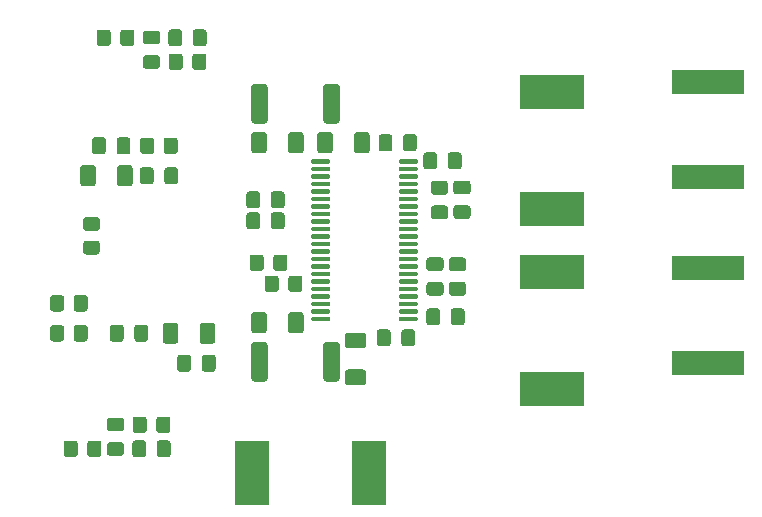
<source format=gbr>
%TF.GenerationSoftware,KiCad,Pcbnew,(5.1.9)-1*%
%TF.CreationDate,2021-11-06T22:46:36-05:00*%
%TF.ProjectId,Discrete_Channel,44697363-7265-4746-955f-4368616e6e65,rev?*%
%TF.SameCoordinates,Original*%
%TF.FileFunction,Paste,Top*%
%TF.FilePolarity,Positive*%
%FSLAX46Y46*%
G04 Gerber Fmt 4.6, Leading zero omitted, Abs format (unit mm)*
G04 Created by KiCad (PCBNEW (5.1.9)-1) date 2021-11-06 22:46:36*
%MOMM*%
%LPD*%
G01*
G04 APERTURE LIST*
%ADD10R,6.100000X2.000000*%
%ADD11R,2.900000X5.400000*%
%ADD12R,5.400000X2.900000*%
G04 APERTURE END LIST*
%TO.C,C9*%
G36*
G01*
X143103000Y-94521000D02*
X143103000Y-95471000D01*
G75*
G02*
X142853000Y-95721000I-250000J0D01*
G01*
X142178000Y-95721000D01*
G75*
G02*
X141928000Y-95471000I0J250000D01*
G01*
X141928000Y-94521000D01*
G75*
G02*
X142178000Y-94271000I250000J0D01*
G01*
X142853000Y-94271000D01*
G75*
G02*
X143103000Y-94521000I0J-250000D01*
G01*
G37*
G36*
G01*
X141028000Y-94521000D02*
X141028000Y-95471000D01*
G75*
G02*
X140778000Y-95721000I-250000J0D01*
G01*
X140103000Y-95721000D01*
G75*
G02*
X139853000Y-95471000I0J250000D01*
G01*
X139853000Y-94521000D01*
G75*
G02*
X140103000Y-94271000I250000J0D01*
G01*
X140778000Y-94271000D01*
G75*
G02*
X141028000Y-94521000I0J-250000D01*
G01*
G37*
%TD*%
D10*
%TO.C,C31*%
X178970000Y-108775000D03*
X178970000Y-100775000D03*
%TD*%
%TO.C,C30*%
X178970000Y-93027000D03*
X178970000Y-85027000D03*
%TD*%
%TO.C,C3*%
G36*
G01*
X155354000Y-101944500D02*
X156304000Y-101944500D01*
G75*
G02*
X156554000Y-102194500I0J-250000D01*
G01*
X156554000Y-102869500D01*
G75*
G02*
X156304000Y-103119500I-250000J0D01*
G01*
X155354000Y-103119500D01*
G75*
G02*
X155104000Y-102869500I0J250000D01*
G01*
X155104000Y-102194500D01*
G75*
G02*
X155354000Y-101944500I250000J0D01*
G01*
G37*
G36*
G01*
X155354000Y-99869500D02*
X156304000Y-99869500D01*
G75*
G02*
X156554000Y-100119500I0J-250000D01*
G01*
X156554000Y-100794500D01*
G75*
G02*
X156304000Y-101044500I-250000J0D01*
G01*
X155354000Y-101044500D01*
G75*
G02*
X155104000Y-100794500I0J250000D01*
G01*
X155104000Y-100119500D01*
G75*
G02*
X155354000Y-99869500I250000J0D01*
G01*
G37*
%TD*%
%TO.C,C4*%
G36*
G01*
X158590000Y-96621000D02*
X157640000Y-96621000D01*
G75*
G02*
X157390000Y-96371000I0J250000D01*
G01*
X157390000Y-95696000D01*
G75*
G02*
X157640000Y-95446000I250000J0D01*
G01*
X158590000Y-95446000D01*
G75*
G02*
X158840000Y-95696000I0J-250000D01*
G01*
X158840000Y-96371000D01*
G75*
G02*
X158590000Y-96621000I-250000J0D01*
G01*
G37*
G36*
G01*
X158590000Y-94546000D02*
X157640000Y-94546000D01*
G75*
G02*
X157390000Y-94296000I0J250000D01*
G01*
X157390000Y-93621000D01*
G75*
G02*
X157640000Y-93371000I250000J0D01*
G01*
X158590000Y-93371000D01*
G75*
G02*
X158840000Y-93621000I0J-250000D01*
G01*
X158840000Y-94296000D01*
G75*
G02*
X158590000Y-94546000I-250000J0D01*
G01*
G37*
%TD*%
%TO.C,C5*%
G36*
G01*
X156685000Y-94567500D02*
X155735000Y-94567500D01*
G75*
G02*
X155485000Y-94317500I0J250000D01*
G01*
X155485000Y-93642500D01*
G75*
G02*
X155735000Y-93392500I250000J0D01*
G01*
X156685000Y-93392500D01*
G75*
G02*
X156935000Y-93642500I0J-250000D01*
G01*
X156935000Y-94317500D01*
G75*
G02*
X156685000Y-94567500I-250000J0D01*
G01*
G37*
G36*
G01*
X156685000Y-96642500D02*
X155735000Y-96642500D01*
G75*
G02*
X155485000Y-96392500I0J250000D01*
G01*
X155485000Y-95717500D01*
G75*
G02*
X155735000Y-95467500I250000J0D01*
G01*
X156685000Y-95467500D01*
G75*
G02*
X156935000Y-95717500I0J-250000D01*
G01*
X156935000Y-96392500D01*
G75*
G02*
X156685000Y-96642500I-250000J0D01*
G01*
G37*
%TD*%
%TO.C,C6*%
G36*
G01*
X149748001Y-107558000D02*
X148447999Y-107558000D01*
G75*
G02*
X148198000Y-107308001I0J249999D01*
G01*
X148198000Y-106482999D01*
G75*
G02*
X148447999Y-106233000I249999J0D01*
G01*
X149748001Y-106233000D01*
G75*
G02*
X149998000Y-106482999I0J-249999D01*
G01*
X149998000Y-107308001D01*
G75*
G02*
X149748001Y-107558000I-249999J0D01*
G01*
G37*
G36*
G01*
X149748001Y-110683000D02*
X148447999Y-110683000D01*
G75*
G02*
X148198000Y-110433001I0J249999D01*
G01*
X148198000Y-109607999D01*
G75*
G02*
X148447999Y-109358000I249999J0D01*
G01*
X149748001Y-109358000D01*
G75*
G02*
X149998000Y-109607999I0J-249999D01*
G01*
X149998000Y-110433001D01*
G75*
G02*
X149748001Y-110683000I-249999J0D01*
G01*
G37*
%TD*%
%TO.C,C7*%
G36*
G01*
X157259000Y-99869500D02*
X158209000Y-99869500D01*
G75*
G02*
X158459000Y-100119500I0J-250000D01*
G01*
X158459000Y-100794500D01*
G75*
G02*
X158209000Y-101044500I-250000J0D01*
G01*
X157259000Y-101044500D01*
G75*
G02*
X157009000Y-100794500I0J250000D01*
G01*
X157009000Y-100119500D01*
G75*
G02*
X157259000Y-99869500I250000J0D01*
G01*
G37*
G36*
G01*
X157259000Y-101944500D02*
X158209000Y-101944500D01*
G75*
G02*
X158459000Y-102194500I0J-250000D01*
G01*
X158459000Y-102869500D01*
G75*
G02*
X158209000Y-103119500I-250000J0D01*
G01*
X157259000Y-103119500D01*
G75*
G02*
X157009000Y-102869500I0J250000D01*
G01*
X157009000Y-102194500D01*
G75*
G02*
X157259000Y-101944500I250000J0D01*
G01*
G37*
%TD*%
%TO.C,C8*%
G36*
G01*
X150307000Y-89519999D02*
X150307000Y-90820001D01*
G75*
G02*
X150057001Y-91070000I-249999J0D01*
G01*
X149231999Y-91070000D01*
G75*
G02*
X148982000Y-90820001I0J249999D01*
G01*
X148982000Y-89519999D01*
G75*
G02*
X149231999Y-89270000I249999J0D01*
G01*
X150057001Y-89270000D01*
G75*
G02*
X150307000Y-89519999I0J-249999D01*
G01*
G37*
G36*
G01*
X147182000Y-89519999D02*
X147182000Y-90820001D01*
G75*
G02*
X146932001Y-91070000I-249999J0D01*
G01*
X146106999Y-91070000D01*
G75*
G02*
X145857000Y-90820001I0J249999D01*
G01*
X145857000Y-89519999D01*
G75*
G02*
X146106999Y-89270000I249999J0D01*
G01*
X146932001Y-89270000D01*
G75*
G02*
X147182000Y-89519999I0J-249999D01*
G01*
G37*
%TD*%
%TO.C,C10*%
G36*
G01*
X127968500Y-89949000D02*
X127968500Y-90899000D01*
G75*
G02*
X127718500Y-91149000I-250000J0D01*
G01*
X127043500Y-91149000D01*
G75*
G02*
X126793500Y-90899000I0J250000D01*
G01*
X126793500Y-89949000D01*
G75*
G02*
X127043500Y-89699000I250000J0D01*
G01*
X127718500Y-89699000D01*
G75*
G02*
X127968500Y-89949000I0J-250000D01*
G01*
G37*
G36*
G01*
X130043500Y-89949000D02*
X130043500Y-90899000D01*
G75*
G02*
X129793500Y-91149000I-250000J0D01*
G01*
X129118500Y-91149000D01*
G75*
G02*
X128868500Y-90899000I0J250000D01*
G01*
X128868500Y-89949000D01*
G75*
G02*
X129118500Y-89699000I250000J0D01*
G01*
X129793500Y-89699000D01*
G75*
G02*
X130043500Y-89949000I0J-250000D01*
G01*
G37*
%TD*%
%TO.C,C11*%
G36*
G01*
X134011000Y-109314000D02*
X134011000Y-108364000D01*
G75*
G02*
X134261000Y-108114000I250000J0D01*
G01*
X134936000Y-108114000D01*
G75*
G02*
X135186000Y-108364000I0J-250000D01*
G01*
X135186000Y-109314000D01*
G75*
G02*
X134936000Y-109564000I-250000J0D01*
G01*
X134261000Y-109564000D01*
G75*
G02*
X134011000Y-109314000I0J250000D01*
G01*
G37*
G36*
G01*
X136086000Y-109314000D02*
X136086000Y-108364000D01*
G75*
G02*
X136336000Y-108114000I250000J0D01*
G01*
X137011000Y-108114000D01*
G75*
G02*
X137261000Y-108364000I0J-250000D01*
G01*
X137261000Y-109314000D01*
G75*
G02*
X137011000Y-109564000I-250000J0D01*
G01*
X136336000Y-109564000D01*
G75*
G02*
X136086000Y-109314000I0J250000D01*
G01*
G37*
%TD*%
%TO.C,C12*%
G36*
G01*
X130241000Y-92313999D02*
X130241000Y-93614001D01*
G75*
G02*
X129991001Y-93864000I-249999J0D01*
G01*
X129165999Y-93864000D01*
G75*
G02*
X128916000Y-93614001I0J249999D01*
G01*
X128916000Y-92313999D01*
G75*
G02*
X129165999Y-92064000I249999J0D01*
G01*
X129991001Y-92064000D01*
G75*
G02*
X130241000Y-92313999I0J-249999D01*
G01*
G37*
G36*
G01*
X127116000Y-92313999D02*
X127116000Y-93614001D01*
G75*
G02*
X126866001Y-93864000I-249999J0D01*
G01*
X126040999Y-93864000D01*
G75*
G02*
X125791000Y-93614001I0J249999D01*
G01*
X125791000Y-92313999D01*
G75*
G02*
X126040999Y-92064000I249999J0D01*
G01*
X126866001Y-92064000D01*
G75*
G02*
X127116000Y-92313999I0J-249999D01*
G01*
G37*
%TD*%
%TO.C,C13*%
G36*
G01*
X135901000Y-106949001D02*
X135901000Y-105648999D01*
G75*
G02*
X136150999Y-105399000I249999J0D01*
G01*
X136976001Y-105399000D01*
G75*
G02*
X137226000Y-105648999I0J-249999D01*
G01*
X137226000Y-106949001D01*
G75*
G02*
X136976001Y-107199000I-249999J0D01*
G01*
X136150999Y-107199000D01*
G75*
G02*
X135901000Y-106949001I0J249999D01*
G01*
G37*
G36*
G01*
X132776000Y-106949001D02*
X132776000Y-105648999D01*
G75*
G02*
X133025999Y-105399000I249999J0D01*
G01*
X133851001Y-105399000D01*
G75*
G02*
X134101000Y-105648999I0J-249999D01*
G01*
X134101000Y-106949001D01*
G75*
G02*
X133851001Y-107199000I-249999J0D01*
G01*
X133025999Y-107199000D01*
G75*
G02*
X132776000Y-106949001I0J249999D01*
G01*
G37*
%TD*%
%TO.C,C14*%
G36*
G01*
X140269000Y-106060001D02*
X140269000Y-104759999D01*
G75*
G02*
X140518999Y-104510000I249999J0D01*
G01*
X141344001Y-104510000D01*
G75*
G02*
X141594000Y-104759999I0J-249999D01*
G01*
X141594000Y-106060001D01*
G75*
G02*
X141344001Y-106310000I-249999J0D01*
G01*
X140518999Y-106310000D01*
G75*
G02*
X140269000Y-106060001I0J249999D01*
G01*
G37*
G36*
G01*
X143394000Y-106060001D02*
X143394000Y-104759999D01*
G75*
G02*
X143643999Y-104510000I249999J0D01*
G01*
X144469001Y-104510000D01*
G75*
G02*
X144719000Y-104759999I0J-249999D01*
G01*
X144719000Y-106060001D01*
G75*
G02*
X144469001Y-106310000I-249999J0D01*
G01*
X143643999Y-106310000D01*
G75*
G02*
X143394000Y-106060001I0J249999D01*
G01*
G37*
%TD*%
%TO.C,C15*%
G36*
G01*
X143394000Y-90820001D02*
X143394000Y-89519999D01*
G75*
G02*
X143643999Y-89270000I249999J0D01*
G01*
X144469001Y-89270000D01*
G75*
G02*
X144719000Y-89519999I0J-249999D01*
G01*
X144719000Y-90820001D01*
G75*
G02*
X144469001Y-91070000I-249999J0D01*
G01*
X143643999Y-91070000D01*
G75*
G02*
X143394000Y-90820001I0J249999D01*
G01*
G37*
G36*
G01*
X140269000Y-90820001D02*
X140269000Y-89519999D01*
G75*
G02*
X140518999Y-89270000I249999J0D01*
G01*
X141344001Y-89270000D01*
G75*
G02*
X141594000Y-89519999I0J-249999D01*
G01*
X141594000Y-90820001D01*
G75*
G02*
X141344001Y-91070000I-249999J0D01*
G01*
X140518999Y-91070000D01*
G75*
G02*
X140269000Y-90820001I0J249999D01*
G01*
G37*
%TD*%
%TO.C,C16*%
G36*
G01*
X141928000Y-97249000D02*
X141928000Y-96299000D01*
G75*
G02*
X142178000Y-96049000I250000J0D01*
G01*
X142853000Y-96049000D01*
G75*
G02*
X143103000Y-96299000I0J-250000D01*
G01*
X143103000Y-97249000D01*
G75*
G02*
X142853000Y-97499000I-250000J0D01*
G01*
X142178000Y-97499000D01*
G75*
G02*
X141928000Y-97249000I0J250000D01*
G01*
G37*
G36*
G01*
X139853000Y-97249000D02*
X139853000Y-96299000D01*
G75*
G02*
X140103000Y-96049000I250000J0D01*
G01*
X140778000Y-96049000D01*
G75*
G02*
X141028000Y-96299000I0J-250000D01*
G01*
X141028000Y-97249000D01*
G75*
G02*
X140778000Y-97499000I-250000J0D01*
G01*
X140103000Y-97499000D01*
G75*
G02*
X139853000Y-97249000I0J250000D01*
G01*
G37*
%TD*%
%TO.C,C19*%
G36*
G01*
X131546000Y-105824000D02*
X131546000Y-106774000D01*
G75*
G02*
X131296000Y-107024000I-250000J0D01*
G01*
X130621000Y-107024000D01*
G75*
G02*
X130371000Y-106774000I0J250000D01*
G01*
X130371000Y-105824000D01*
G75*
G02*
X130621000Y-105574000I250000J0D01*
G01*
X131296000Y-105574000D01*
G75*
G02*
X131546000Y-105824000I0J-250000D01*
G01*
G37*
G36*
G01*
X129471000Y-105824000D02*
X129471000Y-106774000D01*
G75*
G02*
X129221000Y-107024000I-250000J0D01*
G01*
X128546000Y-107024000D01*
G75*
G02*
X128296000Y-106774000I0J250000D01*
G01*
X128296000Y-105824000D01*
G75*
G02*
X128546000Y-105574000I250000J0D01*
G01*
X129221000Y-105574000D01*
G75*
G02*
X129471000Y-105824000I0J-250000D01*
G01*
G37*
%TD*%
%TO.C,C18*%
G36*
G01*
X132011000Y-92489000D02*
X132011000Y-93439000D01*
G75*
G02*
X131761000Y-93689000I-250000J0D01*
G01*
X131086000Y-93689000D01*
G75*
G02*
X130836000Y-93439000I0J250000D01*
G01*
X130836000Y-92489000D01*
G75*
G02*
X131086000Y-92239000I250000J0D01*
G01*
X131761000Y-92239000D01*
G75*
G02*
X132011000Y-92489000I0J-250000D01*
G01*
G37*
G36*
G01*
X134086000Y-92489000D02*
X134086000Y-93439000D01*
G75*
G02*
X133836000Y-93689000I-250000J0D01*
G01*
X133161000Y-93689000D01*
G75*
G02*
X132911000Y-93439000I0J250000D01*
G01*
X132911000Y-92489000D01*
G75*
G02*
X133161000Y-92239000I250000J0D01*
G01*
X133836000Y-92239000D01*
G75*
G02*
X134086000Y-92489000I0J-250000D01*
G01*
G37*
%TD*%
%TO.C,C22*%
G36*
G01*
X150902000Y-107155000D02*
X150902000Y-106205000D01*
G75*
G02*
X151152000Y-105955000I250000J0D01*
G01*
X151827000Y-105955000D01*
G75*
G02*
X152077000Y-106205000I0J-250000D01*
G01*
X152077000Y-107155000D01*
G75*
G02*
X151827000Y-107405000I-250000J0D01*
G01*
X151152000Y-107405000D01*
G75*
G02*
X150902000Y-107155000I0J250000D01*
G01*
G37*
G36*
G01*
X152977000Y-107155000D02*
X152977000Y-106205000D01*
G75*
G02*
X153227000Y-105955000I250000J0D01*
G01*
X153902000Y-105955000D01*
G75*
G02*
X154152000Y-106205000I0J-250000D01*
G01*
X154152000Y-107155000D01*
G75*
G02*
X153902000Y-107405000I-250000J0D01*
G01*
X153227000Y-107405000D01*
G75*
G02*
X152977000Y-107155000I0J250000D01*
G01*
G37*
%TD*%
%TO.C,C23*%
G36*
G01*
X157168000Y-105377000D02*
X157168000Y-104427000D01*
G75*
G02*
X157418000Y-104177000I250000J0D01*
G01*
X158093000Y-104177000D01*
G75*
G02*
X158343000Y-104427000I0J-250000D01*
G01*
X158343000Y-105377000D01*
G75*
G02*
X158093000Y-105627000I-250000J0D01*
G01*
X157418000Y-105627000D01*
G75*
G02*
X157168000Y-105377000I0J250000D01*
G01*
G37*
G36*
G01*
X155093000Y-105377000D02*
X155093000Y-104427000D01*
G75*
G02*
X155343000Y-104177000I250000J0D01*
G01*
X156018000Y-104177000D01*
G75*
G02*
X156268000Y-104427000I0J-250000D01*
G01*
X156268000Y-105377000D01*
G75*
G02*
X156018000Y-105627000I-250000J0D01*
G01*
X155343000Y-105627000D01*
G75*
G02*
X155093000Y-105377000I0J250000D01*
G01*
G37*
%TD*%
%TO.C,C24*%
G36*
G01*
X156914000Y-92169000D02*
X156914000Y-91219000D01*
G75*
G02*
X157164000Y-90969000I250000J0D01*
G01*
X157839000Y-90969000D01*
G75*
G02*
X158089000Y-91219000I0J-250000D01*
G01*
X158089000Y-92169000D01*
G75*
G02*
X157839000Y-92419000I-250000J0D01*
G01*
X157164000Y-92419000D01*
G75*
G02*
X156914000Y-92169000I0J250000D01*
G01*
G37*
G36*
G01*
X154839000Y-92169000D02*
X154839000Y-91219000D01*
G75*
G02*
X155089000Y-90969000I250000J0D01*
G01*
X155764000Y-90969000D01*
G75*
G02*
X156014000Y-91219000I0J-250000D01*
G01*
X156014000Y-92169000D01*
G75*
G02*
X155764000Y-92419000I-250000J0D01*
G01*
X155089000Y-92419000D01*
G75*
G02*
X154839000Y-92169000I0J250000D01*
G01*
G37*
%TD*%
%TO.C,C25*%
G36*
G01*
X154300500Y-89695000D02*
X154300500Y-90645000D01*
G75*
G02*
X154050500Y-90895000I-250000J0D01*
G01*
X153375500Y-90895000D01*
G75*
G02*
X153125500Y-90645000I0J250000D01*
G01*
X153125500Y-89695000D01*
G75*
G02*
X153375500Y-89445000I250000J0D01*
G01*
X154050500Y-89445000D01*
G75*
G02*
X154300500Y-89695000I0J-250000D01*
G01*
G37*
G36*
G01*
X152225500Y-89695000D02*
X152225500Y-90645000D01*
G75*
G02*
X151975500Y-90895000I-250000J0D01*
G01*
X151300500Y-90895000D01*
G75*
G02*
X151050500Y-90645000I0J250000D01*
G01*
X151050500Y-89695000D01*
G75*
G02*
X151300500Y-89445000I250000J0D01*
G01*
X151975500Y-89445000D01*
G75*
G02*
X152225500Y-89695000I0J-250000D01*
G01*
G37*
%TD*%
%TO.C,C26*%
G36*
G01*
X132301000Y-81846000D02*
X131351000Y-81846000D01*
G75*
G02*
X131101000Y-81596000I0J250000D01*
G01*
X131101000Y-80921000D01*
G75*
G02*
X131351000Y-80671000I250000J0D01*
G01*
X132301000Y-80671000D01*
G75*
G02*
X132551000Y-80921000I0J-250000D01*
G01*
X132551000Y-81596000D01*
G75*
G02*
X132301000Y-81846000I-250000J0D01*
G01*
G37*
G36*
G01*
X132301000Y-83921000D02*
X131351000Y-83921000D01*
G75*
G02*
X131101000Y-83671000I0J250000D01*
G01*
X131101000Y-82996000D01*
G75*
G02*
X131351000Y-82746000I250000J0D01*
G01*
X132301000Y-82746000D01*
G75*
G02*
X132551000Y-82996000I0J-250000D01*
G01*
X132551000Y-83671000D01*
G75*
G02*
X132301000Y-83921000I-250000J0D01*
G01*
G37*
%TD*%
%TO.C,C27*%
G36*
G01*
X128303000Y-115512000D02*
X129253000Y-115512000D01*
G75*
G02*
X129503000Y-115762000I0J-250000D01*
G01*
X129503000Y-116437000D01*
G75*
G02*
X129253000Y-116687000I-250000J0D01*
G01*
X128303000Y-116687000D01*
G75*
G02*
X128053000Y-116437000I0J250000D01*
G01*
X128053000Y-115762000D01*
G75*
G02*
X128303000Y-115512000I250000J0D01*
G01*
G37*
G36*
G01*
X128303000Y-113437000D02*
X129253000Y-113437000D01*
G75*
G02*
X129503000Y-113687000I0J-250000D01*
G01*
X129503000Y-114362000D01*
G75*
G02*
X129253000Y-114612000I-250000J0D01*
G01*
X128303000Y-114612000D01*
G75*
G02*
X128053000Y-114362000I0J250000D01*
G01*
X128053000Y-113687000D01*
G75*
G02*
X128303000Y-113437000I250000J0D01*
G01*
G37*
%TD*%
%TO.C,C28*%
G36*
G01*
X133249000Y-81755000D02*
X133249000Y-80805000D01*
G75*
G02*
X133499000Y-80555000I250000J0D01*
G01*
X134174000Y-80555000D01*
G75*
G02*
X134424000Y-80805000I0J-250000D01*
G01*
X134424000Y-81755000D01*
G75*
G02*
X134174000Y-82005000I-250000J0D01*
G01*
X133499000Y-82005000D01*
G75*
G02*
X133249000Y-81755000I0J250000D01*
G01*
G37*
G36*
G01*
X135324000Y-81755000D02*
X135324000Y-80805000D01*
G75*
G02*
X135574000Y-80555000I250000J0D01*
G01*
X136249000Y-80555000D01*
G75*
G02*
X136499000Y-80805000I0J-250000D01*
G01*
X136499000Y-81755000D01*
G75*
G02*
X136249000Y-82005000I-250000J0D01*
G01*
X135574000Y-82005000D01*
G75*
G02*
X135324000Y-81755000I0J250000D01*
G01*
G37*
%TD*%
%TO.C,C29*%
G36*
G01*
X132276000Y-116553000D02*
X132276000Y-115603000D01*
G75*
G02*
X132526000Y-115353000I250000J0D01*
G01*
X133201000Y-115353000D01*
G75*
G02*
X133451000Y-115603000I0J-250000D01*
G01*
X133451000Y-116553000D01*
G75*
G02*
X133201000Y-116803000I-250000J0D01*
G01*
X132526000Y-116803000D01*
G75*
G02*
X132276000Y-116553000I0J250000D01*
G01*
G37*
G36*
G01*
X130201000Y-116553000D02*
X130201000Y-115603000D01*
G75*
G02*
X130451000Y-115353000I250000J0D01*
G01*
X131126000Y-115353000D01*
G75*
G02*
X131376000Y-115603000I0J-250000D01*
G01*
X131376000Y-116553000D01*
G75*
G02*
X131126000Y-116803000I-250000J0D01*
G01*
X130451000Y-116803000D01*
G75*
G02*
X130201000Y-116553000I0J250000D01*
G01*
G37*
%TD*%
D11*
%TO.C,L1*%
X150238000Y-118110000D03*
X140338000Y-118110000D03*
%TD*%
D12*
%TO.C,L2*%
X165735000Y-95755000D03*
X165735000Y-85855000D03*
%TD*%
%TO.C,L4*%
X165735000Y-101095000D03*
X165735000Y-110995000D03*
%TD*%
%TO.C,R3*%
G36*
G01*
X142132000Y-100780001D02*
X142132000Y-99879999D01*
G75*
G02*
X142381999Y-99630000I249999J0D01*
G01*
X143082001Y-99630000D01*
G75*
G02*
X143332000Y-99879999I0J-249999D01*
G01*
X143332000Y-100780001D01*
G75*
G02*
X143082001Y-101030000I-249999J0D01*
G01*
X142381999Y-101030000D01*
G75*
G02*
X142132000Y-100780001I0J249999D01*
G01*
G37*
G36*
G01*
X140132000Y-100780001D02*
X140132000Y-99879999D01*
G75*
G02*
X140381999Y-99630000I249999J0D01*
G01*
X141082001Y-99630000D01*
G75*
G02*
X141332000Y-99879999I0J-249999D01*
G01*
X141332000Y-100780001D01*
G75*
G02*
X141082001Y-101030000I-249999J0D01*
G01*
X140381999Y-101030000D01*
G75*
G02*
X140132000Y-100780001I0J249999D01*
G01*
G37*
%TD*%
%TO.C,R4*%
G36*
G01*
X141402000Y-102558001D02*
X141402000Y-101657999D01*
G75*
G02*
X141651999Y-101408000I249999J0D01*
G01*
X142352001Y-101408000D01*
G75*
G02*
X142602000Y-101657999I0J-249999D01*
G01*
X142602000Y-102558001D01*
G75*
G02*
X142352001Y-102808000I-249999J0D01*
G01*
X141651999Y-102808000D01*
G75*
G02*
X141402000Y-102558001I0J249999D01*
G01*
G37*
G36*
G01*
X143402000Y-102558001D02*
X143402000Y-101657999D01*
G75*
G02*
X143651999Y-101408000I249999J0D01*
G01*
X144352001Y-101408000D01*
G75*
G02*
X144602000Y-101657999I0J-249999D01*
G01*
X144602000Y-102558001D01*
G75*
G02*
X144352001Y-102808000I-249999J0D01*
G01*
X143651999Y-102808000D01*
G75*
G02*
X143402000Y-102558001I0J249999D01*
G01*
G37*
%TD*%
%TO.C,R5*%
G36*
G01*
X125241000Y-104209001D02*
X125241000Y-103308999D01*
G75*
G02*
X125490999Y-103059000I249999J0D01*
G01*
X126191001Y-103059000D01*
G75*
G02*
X126441000Y-103308999I0J-249999D01*
G01*
X126441000Y-104209001D01*
G75*
G02*
X126191001Y-104459000I-249999J0D01*
G01*
X125490999Y-104459000D01*
G75*
G02*
X125241000Y-104209001I0J249999D01*
G01*
G37*
G36*
G01*
X123241000Y-104209001D02*
X123241000Y-103308999D01*
G75*
G02*
X123490999Y-103059000I249999J0D01*
G01*
X124191001Y-103059000D01*
G75*
G02*
X124441000Y-103308999I0J-249999D01*
G01*
X124441000Y-104209001D01*
G75*
G02*
X124191001Y-104459000I-249999J0D01*
G01*
X123490999Y-104459000D01*
G75*
G02*
X123241000Y-104209001I0J249999D01*
G01*
G37*
%TD*%
%TO.C,R6*%
G36*
G01*
X126295999Y-96444000D02*
X127196001Y-96444000D01*
G75*
G02*
X127446000Y-96693999I0J-249999D01*
G01*
X127446000Y-97394001D01*
G75*
G02*
X127196001Y-97644000I-249999J0D01*
G01*
X126295999Y-97644000D01*
G75*
G02*
X126046000Y-97394001I0J249999D01*
G01*
X126046000Y-96693999D01*
G75*
G02*
X126295999Y-96444000I249999J0D01*
G01*
G37*
G36*
G01*
X126295999Y-98444000D02*
X127196001Y-98444000D01*
G75*
G02*
X127446000Y-98693999I0J-249999D01*
G01*
X127446000Y-99394001D01*
G75*
G02*
X127196001Y-99644000I-249999J0D01*
G01*
X126295999Y-99644000D01*
G75*
G02*
X126046000Y-99394001I0J249999D01*
G01*
X126046000Y-98693999D01*
G75*
G02*
X126295999Y-98444000I249999J0D01*
G01*
G37*
%TD*%
%TO.C,R8*%
G36*
G01*
X124441000Y-105848600D02*
X124441000Y-106749400D01*
G75*
G02*
X124191400Y-106999000I-249600J0D01*
G01*
X123490600Y-106999000D01*
G75*
G02*
X123241000Y-106749400I0J249600D01*
G01*
X123241000Y-105848600D01*
G75*
G02*
X123490600Y-105599000I249600J0D01*
G01*
X124191400Y-105599000D01*
G75*
G02*
X124441000Y-105848600I0J-249600D01*
G01*
G37*
G36*
G01*
X126441000Y-105848999D02*
X126441000Y-106749001D01*
G75*
G02*
X126191001Y-106999000I-249999J0D01*
G01*
X125490999Y-106999000D01*
G75*
G02*
X125241000Y-106749001I0J249999D01*
G01*
X125241000Y-105848999D01*
G75*
G02*
X125490999Y-105599000I249999J0D01*
G01*
X126191001Y-105599000D01*
G75*
G02*
X126441000Y-105848999I0J-249999D01*
G01*
G37*
%TD*%
%TO.C,R7*%
G36*
G01*
X130861000Y-90874001D02*
X130861000Y-89973999D01*
G75*
G02*
X131110999Y-89724000I249999J0D01*
G01*
X131811001Y-89724000D01*
G75*
G02*
X132061000Y-89973999I0J-249999D01*
G01*
X132061000Y-90874001D01*
G75*
G02*
X131811001Y-91124000I-249999J0D01*
G01*
X131110999Y-91124000D01*
G75*
G02*
X130861000Y-90874001I0J249999D01*
G01*
G37*
G36*
G01*
X132861000Y-90874001D02*
X132861000Y-89973999D01*
G75*
G02*
X133110999Y-89724000I249999J0D01*
G01*
X133811001Y-89724000D01*
G75*
G02*
X134061000Y-89973999I0J-249999D01*
G01*
X134061000Y-90874001D01*
G75*
G02*
X133811001Y-91124000I-249999J0D01*
G01*
X133110999Y-91124000D01*
G75*
G02*
X132861000Y-90874001I0J249999D01*
G01*
G37*
%TD*%
%TO.C,R9*%
G36*
G01*
X133274000Y-83762001D02*
X133274000Y-82861999D01*
G75*
G02*
X133523999Y-82612000I249999J0D01*
G01*
X134224001Y-82612000D01*
G75*
G02*
X134474000Y-82861999I0J-249999D01*
G01*
X134474000Y-83762001D01*
G75*
G02*
X134224001Y-84012000I-249999J0D01*
G01*
X133523999Y-84012000D01*
G75*
G02*
X133274000Y-83762001I0J249999D01*
G01*
G37*
G36*
G01*
X135274000Y-83762001D02*
X135274000Y-82861999D01*
G75*
G02*
X135523999Y-82612000I249999J0D01*
G01*
X136224001Y-82612000D01*
G75*
G02*
X136474000Y-82861999I0J-249999D01*
G01*
X136474000Y-83762001D01*
G75*
G02*
X136224001Y-84012000I-249999J0D01*
G01*
X135523999Y-84012000D01*
G75*
G02*
X135274000Y-83762001I0J249999D01*
G01*
G37*
%TD*%
%TO.C,R10*%
G36*
G01*
X133426000Y-113595999D02*
X133426000Y-114496001D01*
G75*
G02*
X133176001Y-114746000I-249999J0D01*
G01*
X132475999Y-114746000D01*
G75*
G02*
X132226000Y-114496001I0J249999D01*
G01*
X132226000Y-113595999D01*
G75*
G02*
X132475999Y-113346000I249999J0D01*
G01*
X133176001Y-113346000D01*
G75*
G02*
X133426000Y-113595999I0J-249999D01*
G01*
G37*
G36*
G01*
X131426000Y-113595999D02*
X131426000Y-114496001D01*
G75*
G02*
X131176001Y-114746000I-249999J0D01*
G01*
X130475999Y-114746000D01*
G75*
G02*
X130226000Y-114496001I0J249999D01*
G01*
X130226000Y-113595999D01*
G75*
G02*
X130475999Y-113346000I249999J0D01*
G01*
X131176001Y-113346000D01*
G75*
G02*
X131426000Y-113595999I0J-249999D01*
G01*
G37*
%TD*%
%TO.C,R11*%
G36*
G01*
X128378000Y-80829999D02*
X128378000Y-81730001D01*
G75*
G02*
X128128001Y-81980000I-249999J0D01*
G01*
X127427999Y-81980000D01*
G75*
G02*
X127178000Y-81730001I0J249999D01*
G01*
X127178000Y-80829999D01*
G75*
G02*
X127427999Y-80580000I249999J0D01*
G01*
X128128001Y-80580000D01*
G75*
G02*
X128378000Y-80829999I0J-249999D01*
G01*
G37*
G36*
G01*
X130378000Y-80829999D02*
X130378000Y-81730001D01*
G75*
G02*
X130128001Y-81980000I-249999J0D01*
G01*
X129427999Y-81980000D01*
G75*
G02*
X129178000Y-81730001I0J249999D01*
G01*
X129178000Y-80829999D01*
G75*
G02*
X129427999Y-80580000I249999J0D01*
G01*
X130128001Y-80580000D01*
G75*
G02*
X130378000Y-80829999I0J-249999D01*
G01*
G37*
%TD*%
%TO.C,R12*%
G36*
G01*
X125584000Y-115627999D02*
X125584000Y-116528001D01*
G75*
G02*
X125334001Y-116778000I-249999J0D01*
G01*
X124633999Y-116778000D01*
G75*
G02*
X124384000Y-116528001I0J249999D01*
G01*
X124384000Y-115627999D01*
G75*
G02*
X124633999Y-115378000I249999J0D01*
G01*
X125334001Y-115378000D01*
G75*
G02*
X125584000Y-115627999I0J-249999D01*
G01*
G37*
G36*
G01*
X127584000Y-115627999D02*
X127584000Y-116528001D01*
G75*
G02*
X127334001Y-116778000I-249999J0D01*
G01*
X126633999Y-116778000D01*
G75*
G02*
X126384000Y-116528001I0J249999D01*
G01*
X126384000Y-115627999D01*
G75*
G02*
X126633999Y-115378000I249999J0D01*
G01*
X127334001Y-115378000D01*
G75*
G02*
X127584000Y-115627999I0J-249999D01*
G01*
G37*
%TD*%
%TO.C,U1*%
G36*
G01*
X145360000Y-91857500D02*
X145360000Y-91657500D01*
G75*
G02*
X145460000Y-91557500I100000J0D01*
G01*
X146835000Y-91557500D01*
G75*
G02*
X146935000Y-91657500I0J-100000D01*
G01*
X146935000Y-91857500D01*
G75*
G02*
X146835000Y-91957500I-100000J0D01*
G01*
X145460000Y-91957500D01*
G75*
G02*
X145360000Y-91857500I0J100000D01*
G01*
G37*
G36*
G01*
X145360000Y-92492500D02*
X145360000Y-92292500D01*
G75*
G02*
X145460000Y-92192500I100000J0D01*
G01*
X146835000Y-92192500D01*
G75*
G02*
X146935000Y-92292500I0J-100000D01*
G01*
X146935000Y-92492500D01*
G75*
G02*
X146835000Y-92592500I-100000J0D01*
G01*
X145460000Y-92592500D01*
G75*
G02*
X145360000Y-92492500I0J100000D01*
G01*
G37*
G36*
G01*
X145360000Y-93127500D02*
X145360000Y-92927500D01*
G75*
G02*
X145460000Y-92827500I100000J0D01*
G01*
X146835000Y-92827500D01*
G75*
G02*
X146935000Y-92927500I0J-100000D01*
G01*
X146935000Y-93127500D01*
G75*
G02*
X146835000Y-93227500I-100000J0D01*
G01*
X145460000Y-93227500D01*
G75*
G02*
X145360000Y-93127500I0J100000D01*
G01*
G37*
G36*
G01*
X145360000Y-93762500D02*
X145360000Y-93562500D01*
G75*
G02*
X145460000Y-93462500I100000J0D01*
G01*
X146835000Y-93462500D01*
G75*
G02*
X146935000Y-93562500I0J-100000D01*
G01*
X146935000Y-93762500D01*
G75*
G02*
X146835000Y-93862500I-100000J0D01*
G01*
X145460000Y-93862500D01*
G75*
G02*
X145360000Y-93762500I0J100000D01*
G01*
G37*
G36*
G01*
X145360000Y-94397500D02*
X145360000Y-94197500D01*
G75*
G02*
X145460000Y-94097500I100000J0D01*
G01*
X146835000Y-94097500D01*
G75*
G02*
X146935000Y-94197500I0J-100000D01*
G01*
X146935000Y-94397500D01*
G75*
G02*
X146835000Y-94497500I-100000J0D01*
G01*
X145460000Y-94497500D01*
G75*
G02*
X145360000Y-94397500I0J100000D01*
G01*
G37*
G36*
G01*
X145360000Y-95032500D02*
X145360000Y-94832500D01*
G75*
G02*
X145460000Y-94732500I100000J0D01*
G01*
X146835000Y-94732500D01*
G75*
G02*
X146935000Y-94832500I0J-100000D01*
G01*
X146935000Y-95032500D01*
G75*
G02*
X146835000Y-95132500I-100000J0D01*
G01*
X145460000Y-95132500D01*
G75*
G02*
X145360000Y-95032500I0J100000D01*
G01*
G37*
G36*
G01*
X145360000Y-95667500D02*
X145360000Y-95467500D01*
G75*
G02*
X145460000Y-95367500I100000J0D01*
G01*
X146835000Y-95367500D01*
G75*
G02*
X146935000Y-95467500I0J-100000D01*
G01*
X146935000Y-95667500D01*
G75*
G02*
X146835000Y-95767500I-100000J0D01*
G01*
X145460000Y-95767500D01*
G75*
G02*
X145360000Y-95667500I0J100000D01*
G01*
G37*
G36*
G01*
X145360000Y-96302500D02*
X145360000Y-96102500D01*
G75*
G02*
X145460000Y-96002500I100000J0D01*
G01*
X146835000Y-96002500D01*
G75*
G02*
X146935000Y-96102500I0J-100000D01*
G01*
X146935000Y-96302500D01*
G75*
G02*
X146835000Y-96402500I-100000J0D01*
G01*
X145460000Y-96402500D01*
G75*
G02*
X145360000Y-96302500I0J100000D01*
G01*
G37*
G36*
G01*
X145360000Y-96937500D02*
X145360000Y-96737500D01*
G75*
G02*
X145460000Y-96637500I100000J0D01*
G01*
X146835000Y-96637500D01*
G75*
G02*
X146935000Y-96737500I0J-100000D01*
G01*
X146935000Y-96937500D01*
G75*
G02*
X146835000Y-97037500I-100000J0D01*
G01*
X145460000Y-97037500D01*
G75*
G02*
X145360000Y-96937500I0J100000D01*
G01*
G37*
G36*
G01*
X145360000Y-97572500D02*
X145360000Y-97372500D01*
G75*
G02*
X145460000Y-97272500I100000J0D01*
G01*
X146835000Y-97272500D01*
G75*
G02*
X146935000Y-97372500I0J-100000D01*
G01*
X146935000Y-97572500D01*
G75*
G02*
X146835000Y-97672500I-100000J0D01*
G01*
X145460000Y-97672500D01*
G75*
G02*
X145360000Y-97572500I0J100000D01*
G01*
G37*
G36*
G01*
X145360000Y-98207500D02*
X145360000Y-98007500D01*
G75*
G02*
X145460000Y-97907500I100000J0D01*
G01*
X146835000Y-97907500D01*
G75*
G02*
X146935000Y-98007500I0J-100000D01*
G01*
X146935000Y-98207500D01*
G75*
G02*
X146835000Y-98307500I-100000J0D01*
G01*
X145460000Y-98307500D01*
G75*
G02*
X145360000Y-98207500I0J100000D01*
G01*
G37*
G36*
G01*
X145360000Y-98842500D02*
X145360000Y-98642500D01*
G75*
G02*
X145460000Y-98542500I100000J0D01*
G01*
X146835000Y-98542500D01*
G75*
G02*
X146935000Y-98642500I0J-100000D01*
G01*
X146935000Y-98842500D01*
G75*
G02*
X146835000Y-98942500I-100000J0D01*
G01*
X145460000Y-98942500D01*
G75*
G02*
X145360000Y-98842500I0J100000D01*
G01*
G37*
G36*
G01*
X145360000Y-99477500D02*
X145360000Y-99277500D01*
G75*
G02*
X145460000Y-99177500I100000J0D01*
G01*
X146835000Y-99177500D01*
G75*
G02*
X146935000Y-99277500I0J-100000D01*
G01*
X146935000Y-99477500D01*
G75*
G02*
X146835000Y-99577500I-100000J0D01*
G01*
X145460000Y-99577500D01*
G75*
G02*
X145360000Y-99477500I0J100000D01*
G01*
G37*
G36*
G01*
X145360000Y-100112500D02*
X145360000Y-99912500D01*
G75*
G02*
X145460000Y-99812500I100000J0D01*
G01*
X146835000Y-99812500D01*
G75*
G02*
X146935000Y-99912500I0J-100000D01*
G01*
X146935000Y-100112500D01*
G75*
G02*
X146835000Y-100212500I-100000J0D01*
G01*
X145460000Y-100212500D01*
G75*
G02*
X145360000Y-100112500I0J100000D01*
G01*
G37*
G36*
G01*
X145360000Y-100747500D02*
X145360000Y-100547500D01*
G75*
G02*
X145460000Y-100447500I100000J0D01*
G01*
X146835000Y-100447500D01*
G75*
G02*
X146935000Y-100547500I0J-100000D01*
G01*
X146935000Y-100747500D01*
G75*
G02*
X146835000Y-100847500I-100000J0D01*
G01*
X145460000Y-100847500D01*
G75*
G02*
X145360000Y-100747500I0J100000D01*
G01*
G37*
G36*
G01*
X145360000Y-101382500D02*
X145360000Y-101182500D01*
G75*
G02*
X145460000Y-101082500I100000J0D01*
G01*
X146835000Y-101082500D01*
G75*
G02*
X146935000Y-101182500I0J-100000D01*
G01*
X146935000Y-101382500D01*
G75*
G02*
X146835000Y-101482500I-100000J0D01*
G01*
X145460000Y-101482500D01*
G75*
G02*
X145360000Y-101382500I0J100000D01*
G01*
G37*
G36*
G01*
X145360000Y-102017500D02*
X145360000Y-101817500D01*
G75*
G02*
X145460000Y-101717500I100000J0D01*
G01*
X146835000Y-101717500D01*
G75*
G02*
X146935000Y-101817500I0J-100000D01*
G01*
X146935000Y-102017500D01*
G75*
G02*
X146835000Y-102117500I-100000J0D01*
G01*
X145460000Y-102117500D01*
G75*
G02*
X145360000Y-102017500I0J100000D01*
G01*
G37*
G36*
G01*
X145360000Y-102652500D02*
X145360000Y-102452500D01*
G75*
G02*
X145460000Y-102352500I100000J0D01*
G01*
X146835000Y-102352500D01*
G75*
G02*
X146935000Y-102452500I0J-100000D01*
G01*
X146935000Y-102652500D01*
G75*
G02*
X146835000Y-102752500I-100000J0D01*
G01*
X145460000Y-102752500D01*
G75*
G02*
X145360000Y-102652500I0J100000D01*
G01*
G37*
G36*
G01*
X145360000Y-103287500D02*
X145360000Y-103087500D01*
G75*
G02*
X145460000Y-102987500I100000J0D01*
G01*
X146835000Y-102987500D01*
G75*
G02*
X146935000Y-103087500I0J-100000D01*
G01*
X146935000Y-103287500D01*
G75*
G02*
X146835000Y-103387500I-100000J0D01*
G01*
X145460000Y-103387500D01*
G75*
G02*
X145360000Y-103287500I0J100000D01*
G01*
G37*
G36*
G01*
X145360000Y-103922500D02*
X145360000Y-103722500D01*
G75*
G02*
X145460000Y-103622500I100000J0D01*
G01*
X146835000Y-103622500D01*
G75*
G02*
X146935000Y-103722500I0J-100000D01*
G01*
X146935000Y-103922500D01*
G75*
G02*
X146835000Y-104022500I-100000J0D01*
G01*
X145460000Y-104022500D01*
G75*
G02*
X145360000Y-103922500I0J100000D01*
G01*
G37*
G36*
G01*
X145360000Y-104557500D02*
X145360000Y-104357500D01*
G75*
G02*
X145460000Y-104257500I100000J0D01*
G01*
X146835000Y-104257500D01*
G75*
G02*
X146935000Y-104357500I0J-100000D01*
G01*
X146935000Y-104557500D01*
G75*
G02*
X146835000Y-104657500I-100000J0D01*
G01*
X145460000Y-104657500D01*
G75*
G02*
X145360000Y-104557500I0J100000D01*
G01*
G37*
G36*
G01*
X145360000Y-105192500D02*
X145360000Y-104992500D01*
G75*
G02*
X145460000Y-104892500I100000J0D01*
G01*
X146835000Y-104892500D01*
G75*
G02*
X146935000Y-104992500I0J-100000D01*
G01*
X146935000Y-105192500D01*
G75*
G02*
X146835000Y-105292500I-100000J0D01*
G01*
X145460000Y-105292500D01*
G75*
G02*
X145360000Y-105192500I0J100000D01*
G01*
G37*
G36*
G01*
X152785000Y-105192500D02*
X152785000Y-104992500D01*
G75*
G02*
X152885000Y-104892500I100000J0D01*
G01*
X154260000Y-104892500D01*
G75*
G02*
X154360000Y-104992500I0J-100000D01*
G01*
X154360000Y-105192500D01*
G75*
G02*
X154260000Y-105292500I-100000J0D01*
G01*
X152885000Y-105292500D01*
G75*
G02*
X152785000Y-105192500I0J100000D01*
G01*
G37*
G36*
G01*
X152785000Y-104557500D02*
X152785000Y-104357500D01*
G75*
G02*
X152885000Y-104257500I100000J0D01*
G01*
X154260000Y-104257500D01*
G75*
G02*
X154360000Y-104357500I0J-100000D01*
G01*
X154360000Y-104557500D01*
G75*
G02*
X154260000Y-104657500I-100000J0D01*
G01*
X152885000Y-104657500D01*
G75*
G02*
X152785000Y-104557500I0J100000D01*
G01*
G37*
G36*
G01*
X152785000Y-103922500D02*
X152785000Y-103722500D01*
G75*
G02*
X152885000Y-103622500I100000J0D01*
G01*
X154260000Y-103622500D01*
G75*
G02*
X154360000Y-103722500I0J-100000D01*
G01*
X154360000Y-103922500D01*
G75*
G02*
X154260000Y-104022500I-100000J0D01*
G01*
X152885000Y-104022500D01*
G75*
G02*
X152785000Y-103922500I0J100000D01*
G01*
G37*
G36*
G01*
X152785000Y-103287500D02*
X152785000Y-103087500D01*
G75*
G02*
X152885000Y-102987500I100000J0D01*
G01*
X154260000Y-102987500D01*
G75*
G02*
X154360000Y-103087500I0J-100000D01*
G01*
X154360000Y-103287500D01*
G75*
G02*
X154260000Y-103387500I-100000J0D01*
G01*
X152885000Y-103387500D01*
G75*
G02*
X152785000Y-103287500I0J100000D01*
G01*
G37*
G36*
G01*
X152785000Y-102652500D02*
X152785000Y-102452500D01*
G75*
G02*
X152885000Y-102352500I100000J0D01*
G01*
X154260000Y-102352500D01*
G75*
G02*
X154360000Y-102452500I0J-100000D01*
G01*
X154360000Y-102652500D01*
G75*
G02*
X154260000Y-102752500I-100000J0D01*
G01*
X152885000Y-102752500D01*
G75*
G02*
X152785000Y-102652500I0J100000D01*
G01*
G37*
G36*
G01*
X152785000Y-102017500D02*
X152785000Y-101817500D01*
G75*
G02*
X152885000Y-101717500I100000J0D01*
G01*
X154260000Y-101717500D01*
G75*
G02*
X154360000Y-101817500I0J-100000D01*
G01*
X154360000Y-102017500D01*
G75*
G02*
X154260000Y-102117500I-100000J0D01*
G01*
X152885000Y-102117500D01*
G75*
G02*
X152785000Y-102017500I0J100000D01*
G01*
G37*
G36*
G01*
X152785000Y-101382500D02*
X152785000Y-101182500D01*
G75*
G02*
X152885000Y-101082500I100000J0D01*
G01*
X154260000Y-101082500D01*
G75*
G02*
X154360000Y-101182500I0J-100000D01*
G01*
X154360000Y-101382500D01*
G75*
G02*
X154260000Y-101482500I-100000J0D01*
G01*
X152885000Y-101482500D01*
G75*
G02*
X152785000Y-101382500I0J100000D01*
G01*
G37*
G36*
G01*
X152785000Y-100747500D02*
X152785000Y-100547500D01*
G75*
G02*
X152885000Y-100447500I100000J0D01*
G01*
X154260000Y-100447500D01*
G75*
G02*
X154360000Y-100547500I0J-100000D01*
G01*
X154360000Y-100747500D01*
G75*
G02*
X154260000Y-100847500I-100000J0D01*
G01*
X152885000Y-100847500D01*
G75*
G02*
X152785000Y-100747500I0J100000D01*
G01*
G37*
G36*
G01*
X152785000Y-100112500D02*
X152785000Y-99912500D01*
G75*
G02*
X152885000Y-99812500I100000J0D01*
G01*
X154260000Y-99812500D01*
G75*
G02*
X154360000Y-99912500I0J-100000D01*
G01*
X154360000Y-100112500D01*
G75*
G02*
X154260000Y-100212500I-100000J0D01*
G01*
X152885000Y-100212500D01*
G75*
G02*
X152785000Y-100112500I0J100000D01*
G01*
G37*
G36*
G01*
X152785000Y-99477500D02*
X152785000Y-99277500D01*
G75*
G02*
X152885000Y-99177500I100000J0D01*
G01*
X154260000Y-99177500D01*
G75*
G02*
X154360000Y-99277500I0J-100000D01*
G01*
X154360000Y-99477500D01*
G75*
G02*
X154260000Y-99577500I-100000J0D01*
G01*
X152885000Y-99577500D01*
G75*
G02*
X152785000Y-99477500I0J100000D01*
G01*
G37*
G36*
G01*
X152785000Y-98842500D02*
X152785000Y-98642500D01*
G75*
G02*
X152885000Y-98542500I100000J0D01*
G01*
X154260000Y-98542500D01*
G75*
G02*
X154360000Y-98642500I0J-100000D01*
G01*
X154360000Y-98842500D01*
G75*
G02*
X154260000Y-98942500I-100000J0D01*
G01*
X152885000Y-98942500D01*
G75*
G02*
X152785000Y-98842500I0J100000D01*
G01*
G37*
G36*
G01*
X152785000Y-98207500D02*
X152785000Y-98007500D01*
G75*
G02*
X152885000Y-97907500I100000J0D01*
G01*
X154260000Y-97907500D01*
G75*
G02*
X154360000Y-98007500I0J-100000D01*
G01*
X154360000Y-98207500D01*
G75*
G02*
X154260000Y-98307500I-100000J0D01*
G01*
X152885000Y-98307500D01*
G75*
G02*
X152785000Y-98207500I0J100000D01*
G01*
G37*
G36*
G01*
X152785000Y-97572500D02*
X152785000Y-97372500D01*
G75*
G02*
X152885000Y-97272500I100000J0D01*
G01*
X154260000Y-97272500D01*
G75*
G02*
X154360000Y-97372500I0J-100000D01*
G01*
X154360000Y-97572500D01*
G75*
G02*
X154260000Y-97672500I-100000J0D01*
G01*
X152885000Y-97672500D01*
G75*
G02*
X152785000Y-97572500I0J100000D01*
G01*
G37*
G36*
G01*
X152785000Y-96937500D02*
X152785000Y-96737500D01*
G75*
G02*
X152885000Y-96637500I100000J0D01*
G01*
X154260000Y-96637500D01*
G75*
G02*
X154360000Y-96737500I0J-100000D01*
G01*
X154360000Y-96937500D01*
G75*
G02*
X154260000Y-97037500I-100000J0D01*
G01*
X152885000Y-97037500D01*
G75*
G02*
X152785000Y-96937500I0J100000D01*
G01*
G37*
G36*
G01*
X152785000Y-96302500D02*
X152785000Y-96102500D01*
G75*
G02*
X152885000Y-96002500I100000J0D01*
G01*
X154260000Y-96002500D01*
G75*
G02*
X154360000Y-96102500I0J-100000D01*
G01*
X154360000Y-96302500D01*
G75*
G02*
X154260000Y-96402500I-100000J0D01*
G01*
X152885000Y-96402500D01*
G75*
G02*
X152785000Y-96302500I0J100000D01*
G01*
G37*
G36*
G01*
X152785000Y-95667500D02*
X152785000Y-95467500D01*
G75*
G02*
X152885000Y-95367500I100000J0D01*
G01*
X154260000Y-95367500D01*
G75*
G02*
X154360000Y-95467500I0J-100000D01*
G01*
X154360000Y-95667500D01*
G75*
G02*
X154260000Y-95767500I-100000J0D01*
G01*
X152885000Y-95767500D01*
G75*
G02*
X152785000Y-95667500I0J100000D01*
G01*
G37*
G36*
G01*
X152785000Y-95032500D02*
X152785000Y-94832500D01*
G75*
G02*
X152885000Y-94732500I100000J0D01*
G01*
X154260000Y-94732500D01*
G75*
G02*
X154360000Y-94832500I0J-100000D01*
G01*
X154360000Y-95032500D01*
G75*
G02*
X154260000Y-95132500I-100000J0D01*
G01*
X152885000Y-95132500D01*
G75*
G02*
X152785000Y-95032500I0J100000D01*
G01*
G37*
G36*
G01*
X152785000Y-94397500D02*
X152785000Y-94197500D01*
G75*
G02*
X152885000Y-94097500I100000J0D01*
G01*
X154260000Y-94097500D01*
G75*
G02*
X154360000Y-94197500I0J-100000D01*
G01*
X154360000Y-94397500D01*
G75*
G02*
X154260000Y-94497500I-100000J0D01*
G01*
X152885000Y-94497500D01*
G75*
G02*
X152785000Y-94397500I0J100000D01*
G01*
G37*
G36*
G01*
X152785000Y-93762500D02*
X152785000Y-93562500D01*
G75*
G02*
X152885000Y-93462500I100000J0D01*
G01*
X154260000Y-93462500D01*
G75*
G02*
X154360000Y-93562500I0J-100000D01*
G01*
X154360000Y-93762500D01*
G75*
G02*
X154260000Y-93862500I-100000J0D01*
G01*
X152885000Y-93862500D01*
G75*
G02*
X152785000Y-93762500I0J100000D01*
G01*
G37*
G36*
G01*
X152785000Y-93127500D02*
X152785000Y-92927500D01*
G75*
G02*
X152885000Y-92827500I100000J0D01*
G01*
X154260000Y-92827500D01*
G75*
G02*
X154360000Y-92927500I0J-100000D01*
G01*
X154360000Y-93127500D01*
G75*
G02*
X154260000Y-93227500I-100000J0D01*
G01*
X152885000Y-93227500D01*
G75*
G02*
X152785000Y-93127500I0J100000D01*
G01*
G37*
G36*
G01*
X152785000Y-92492500D02*
X152785000Y-92292500D01*
G75*
G02*
X152885000Y-92192500I100000J0D01*
G01*
X154260000Y-92192500D01*
G75*
G02*
X154360000Y-92292500I0J-100000D01*
G01*
X154360000Y-92492500D01*
G75*
G02*
X154260000Y-92592500I-100000J0D01*
G01*
X152885000Y-92592500D01*
G75*
G02*
X152785000Y-92492500I0J100000D01*
G01*
G37*
G36*
G01*
X152785000Y-91857500D02*
X152785000Y-91657500D01*
G75*
G02*
X152885000Y-91557500I100000J0D01*
G01*
X154260000Y-91557500D01*
G75*
G02*
X154360000Y-91657500I0J-100000D01*
G01*
X154360000Y-91857500D01*
G75*
G02*
X154260000Y-91957500I-100000J0D01*
G01*
X152885000Y-91957500D01*
G75*
G02*
X152785000Y-91857500I0J100000D01*
G01*
G37*
%TD*%
%TO.C,R1*%
G36*
G01*
X141668000Y-107286999D02*
X141668000Y-110137001D01*
G75*
G02*
X141418001Y-110387000I-249999J0D01*
G01*
X140517999Y-110387000D01*
G75*
G02*
X140268000Y-110137001I0J249999D01*
G01*
X140268000Y-107286999D01*
G75*
G02*
X140517999Y-107037000I249999J0D01*
G01*
X141418001Y-107037000D01*
G75*
G02*
X141668000Y-107286999I0J-249999D01*
G01*
G37*
G36*
G01*
X147768000Y-107286999D02*
X147768000Y-110137001D01*
G75*
G02*
X147518001Y-110387000I-249999J0D01*
G01*
X146617999Y-110387000D01*
G75*
G02*
X146368000Y-110137001I0J249999D01*
G01*
X146368000Y-107286999D01*
G75*
G02*
X146617999Y-107037000I249999J0D01*
G01*
X147518001Y-107037000D01*
G75*
G02*
X147768000Y-107286999I0J-249999D01*
G01*
G37*
%TD*%
%TO.C,R2*%
G36*
G01*
X147768000Y-85442999D02*
X147768000Y-88293001D01*
G75*
G02*
X147518001Y-88543000I-249999J0D01*
G01*
X146617999Y-88543000D01*
G75*
G02*
X146368000Y-88293001I0J249999D01*
G01*
X146368000Y-85442999D01*
G75*
G02*
X146617999Y-85193000I249999J0D01*
G01*
X147518001Y-85193000D01*
G75*
G02*
X147768000Y-85442999I0J-249999D01*
G01*
G37*
G36*
G01*
X141668000Y-85442999D02*
X141668000Y-88293001D01*
G75*
G02*
X141418001Y-88543000I-249999J0D01*
G01*
X140517999Y-88543000D01*
G75*
G02*
X140268000Y-88293001I0J249999D01*
G01*
X140268000Y-85442999D01*
G75*
G02*
X140517999Y-85193000I249999J0D01*
G01*
X141418001Y-85193000D01*
G75*
G02*
X141668000Y-85442999I0J-249999D01*
G01*
G37*
%TD*%
M02*

</source>
